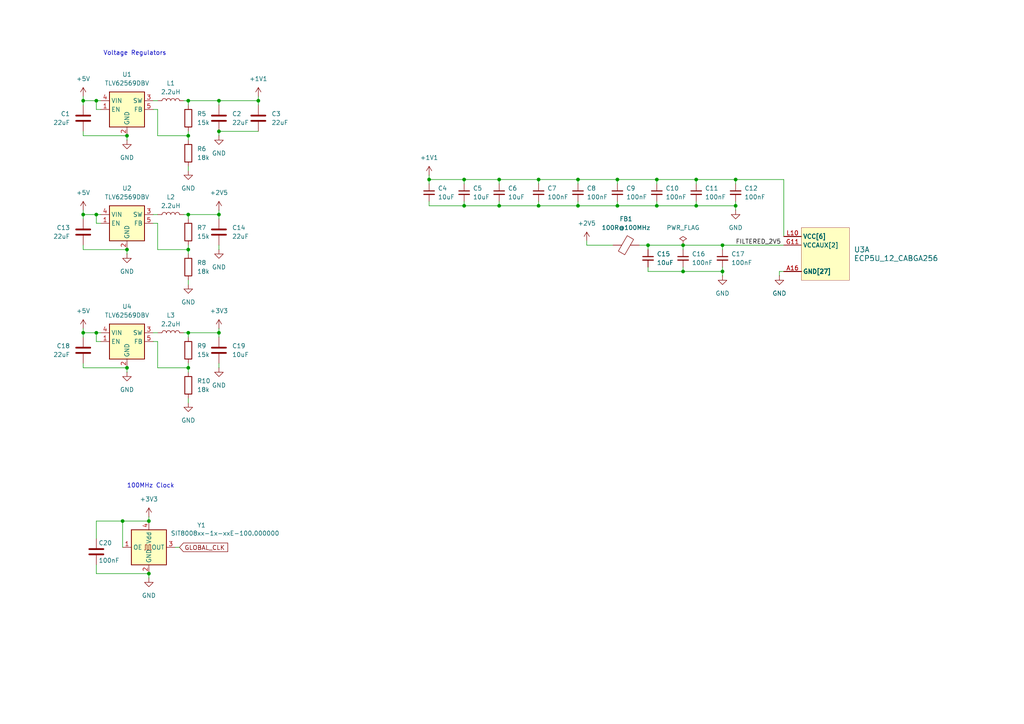
<source format=kicad_sch>
(kicad_sch (version 20250114) (generator "eeschema") (generator_version "9.0")
  (paper "A4")
  (title_block (title "Icepi zero") (date "2025-05-04") (rev "v1") (company "Chengyin Yao (cheyao)") (comment 1 "https://github.com/cheyao/icepi-zero"))
  (text "100MHz Clock" (at 43.688 140.97 0) (effects (font (size 1.27 1.27))))
  (text "Voltage Regulators" (at 39.116 15.494 0) (effects (font (size 1.27 1.27))))
  (junction (at 209.55 71.12))
  (junction (at 63.5 38.1))
  (junction (at 54.61 72.39))
  (junction (at 54.61 106.68))
  (junction (at 213.36 52.07))
  (junction (at 201.93 52.07))
  (junction (at 27.94 62.23))
  (junction (at 167.64 52.07))
  (junction (at 43.18 151.13))
  (junction (at 74.93 29.21))
  (junction (at 35.56 151.13))
  (junction (at 63.5 29.21))
  (junction (at 179.07 59.69))
  (junction (at 190.5 59.69))
  (junction (at 27.94 29.21))
  (junction (at 54.61 39.37))
  (junction (at 24.13 29.21))
  (junction (at 63.5 96.52))
  (junction (at 36.83 39.37))
  (junction (at 27.94 96.52))
  (junction (at 190.5 52.07))
  (junction (at 198.12 71.12))
  (junction (at 144.78 59.69))
  (junction (at 201.93 59.69))
  (junction (at 187.96 71.12))
  (junction (at 124.46 52.07))
  (junction (at 134.62 59.69))
  (junction (at 167.64 59.69))
  (junction (at 54.61 96.52))
  (junction (at 36.83 106.68))
  (junction (at 63.5 62.23))
  (junction (at 24.13 96.52))
  (junction (at 43.18 166.37))
  (junction (at 134.62 52.07))
  (junction (at 179.07 52.07))
  (junction (at 209.55 78.74))
  (junction (at 36.83 72.39))
  (junction (at 198.12 78.74))
  (junction (at 156.21 52.07))
  (junction (at 144.78 52.07))
  (junction (at 24.13 62.23))
  (junction (at 213.36 59.69))
  (junction (at 156.21 59.69))
  (junction (at 54.61 29.21))
  (junction (at 54.61 62.23))
  (wire (pts (xy 27.94 29.21) (xy 27.94 31.75)))
  (wire (pts (xy 144.78 59.69) (xy 156.21 59.69)))
  (wire (pts (xy 227.33 78.74) (xy 226.06 78.74)))
  (wire (pts (xy 54.61 62.23) (xy 53.34 62.23)))
  (wire (pts (xy 134.62 52.07) (xy 124.46 52.07)))
  (wire (pts (xy 24.13 29.21) (xy 27.94 29.21)))
  (wire (pts (xy 167.64 59.69) (xy 167.64 58.42)))
  (wire (pts (xy 24.13 95.25) (xy 24.13 96.52)))
  (wire (pts (xy 24.13 29.21) (xy 24.13 30.48)))
  (wire (pts (xy 190.5 52.07) (xy 190.5 53.34)))
  (wire (pts (xy 35.56 158.75) (xy 35.56 151.13)))
  (wire (pts (xy 124.46 58.42) (xy 124.46 59.69)))
  (wire (pts (xy 54.61 39.37) (xy 45.72 39.37)))
  (wire (pts (xy 43.18 166.37) (xy 43.18 167.64)))
  (wire (pts (xy 54.61 96.52) (xy 63.5 96.52)))
  (wire (pts (xy 63.5 106.68) (xy 63.5 105.41)))
  (wire (pts (xy 54.61 62.23) (xy 63.5 62.23)))
  (wire (pts (xy 201.93 52.07) (xy 190.5 52.07)))
  (wire (pts (xy 213.36 52.07) (xy 201.93 52.07)))
  (wire (pts (xy 190.5 59.69) (xy 201.93 59.69)))
  (wire (pts (xy 209.55 72.39) (xy 209.55 71.12)))
  (wire (pts (xy 156.21 52.07) (xy 156.21 53.34)))
  (wire (pts (xy 24.13 38.1) (xy 24.13 39.37)))
  (wire (pts (xy 144.78 59.69) (xy 144.78 58.42)))
  (wire (pts (xy 198.12 78.74) (xy 209.55 78.74)))
  (wire (pts (xy 24.13 72.39) (xy 36.83 72.39)))
  (wire (pts (xy 54.61 97.79) (xy 54.61 96.52)))
  (wire (pts (xy 54.61 106.68) (xy 45.72 106.68)))
  (wire (pts (xy 63.5 63.5) (xy 63.5 62.23)))
  (wire (pts (xy 185.42 71.12) (xy 187.96 71.12)))
  (wire (pts (xy 27.94 96.52) (xy 29.21 96.52)))
  (wire (pts (xy 54.61 30.48) (xy 54.61 29.21)))
  (wire (pts (xy 54.61 96.52) (xy 53.34 96.52)))
  (wire (pts (xy 74.93 30.48) (xy 74.93 29.21)))
  (wire (pts (xy 63.5 39.37) (xy 63.5 38.1)))
  (wire (pts (xy 50.8 158.75) (xy 52.07 158.75)))
  (wire (pts (xy 124.46 52.07) (xy 124.46 53.34)))
  (wire (pts (xy 24.13 62.23) (xy 27.94 62.23)))
  (wire (pts (xy 179.07 59.69) (xy 190.5 59.69)))
  (wire (pts (xy 190.5 59.69) (xy 190.5 58.42)))
  (wire (pts (xy 179.07 52.07) (xy 179.07 53.34)))
  (wire (pts (xy 187.96 78.74) (xy 198.12 78.74)))
  (wire (pts (xy 74.93 27.94) (xy 74.93 29.21)))
  (wire (pts (xy 24.13 60.96) (xy 24.13 62.23)))
  (wire (pts (xy 198.12 78.74) (xy 198.12 77.47)))
  (wire (pts (xy 24.13 27.94) (xy 24.13 29.21)))
  (wire (pts (xy 124.46 59.69) (xy 134.62 59.69)))
  (wire (pts (xy 63.5 95.25) (xy 63.5 96.52)))
  (wire (pts (xy 63.5 60.96) (xy 63.5 62.23)))
  (wire (pts (xy 226.06 78.74) (xy 226.06 80.01)))
  (wire (pts (xy 24.13 106.68) (xy 36.83 106.68)))
  (wire (pts (xy 227.33 52.07) (xy 227.33 68.58)))
  (wire (pts (xy 201.93 58.42) (xy 201.93 59.69)))
  (wire (pts (xy 213.36 59.69) (xy 213.36 58.42)))
  (wire (pts (xy 213.36 53.34) (xy 213.36 52.07)))
  (wire (pts (xy 144.78 52.07) (xy 156.21 52.07)))
  (wire (pts (xy 187.96 71.12) (xy 198.12 71.12)))
  (wire (pts (xy 54.61 115.57) (xy 54.61 116.84)))
  (wire (pts (xy 54.61 38.1) (xy 54.61 39.37)))
  (wire (pts (xy 63.5 30.48) (xy 63.5 29.21)))
  (wire (pts (xy 209.55 71.12) (xy 227.33 71.12)))
  (wire (pts (xy 24.13 71.12) (xy 24.13 72.39)))
  (wire (pts (xy 36.83 72.39) (xy 36.83 73.66)))
  (wire (pts (xy 54.61 72.39) (xy 45.72 72.39)))
  (wire (pts (xy 54.61 29.21) (xy 63.5 29.21)))
  (wire (pts (xy 167.64 52.07) (xy 156.21 52.07)))
  (wire (pts (xy 179.07 52.07) (xy 190.5 52.07)))
  (wire (pts (xy 44.45 62.23) (xy 45.72 62.23)))
  (wire (pts (xy 27.94 62.23) (xy 29.21 62.23)))
  (wire (pts (xy 24.13 105.41) (xy 24.13 106.68)))
  (wire (pts (xy 27.94 156.21) (xy 27.94 151.13)))
  (wire (pts (xy 27.94 163.83) (xy 27.94 166.37)))
  (wire (pts (xy 45.72 39.37) (xy 45.72 31.75)))
  (wire (pts (xy 63.5 97.79) (xy 63.5 96.52)))
  (wire (pts (xy 24.13 96.52) (xy 24.13 97.79)))
  (wire (pts (xy 144.78 52.07) (xy 144.78 53.34)))
  (wire (pts (xy 54.61 81.28) (xy 54.61 82.55)))
  (wire (pts (xy 27.94 62.23) (xy 27.94 64.77)))
  (wire (pts (xy 54.61 71.12) (xy 54.61 72.39)))
  (wire (pts (xy 54.61 72.39) (xy 54.61 73.66)))
  (wire (pts (xy 24.13 39.37) (xy 36.83 39.37)))
  (wire (pts (xy 187.96 71.12) (xy 187.96 72.39)))
  (wire (pts (xy 209.55 78.74) (xy 209.55 77.47)))
  (wire (pts (xy 124.46 50.8) (xy 124.46 52.07)))
  (wire (pts (xy 156.21 58.42) (xy 156.21 59.69)))
  (wire (pts (xy 45.72 106.68) (xy 45.72 99.06)))
  (wire (pts (xy 213.36 52.07) (xy 227.33 52.07)))
  (wire (pts (xy 27.94 96.52) (xy 27.94 99.06)))
  (wire (pts (xy 54.61 29.21) (xy 53.34 29.21)))
  (wire (pts (xy 54.61 39.37) (xy 54.61 40.64)))
  (wire (pts (xy 179.07 58.42) (xy 179.07 59.69)))
  (wire (pts (xy 36.83 39.37) (xy 36.83 40.64)))
  (wire (pts (xy 43.18 149.86) (xy 43.18 151.13)))
  (wire (pts (xy 27.94 166.37) (xy 43.18 166.37)))
  (wire (pts (xy 156.21 59.69) (xy 167.64 59.69)))
  (wire (pts (xy 27.94 64.77) (xy 29.21 64.77)))
  (wire (pts (xy 167.64 52.07) (xy 167.64 53.34)))
  (wire (pts (xy 44.45 29.21) (xy 45.72 29.21)))
  (wire (pts (xy 187.96 77.47) (xy 187.96 78.74)))
  (wire (pts (xy 54.61 63.5) (xy 54.61 62.23)))
  (wire (pts (xy 74.93 29.21) (xy 63.5 29.21)))
  (wire (pts (xy 24.13 62.23) (xy 24.13 63.5)))
  (wire (pts (xy 201.93 52.07) (xy 201.93 53.34)))
  (wire (pts (xy 134.62 52.07) (xy 144.78 52.07)))
  (wire (pts (xy 198.12 71.12) (xy 209.55 71.12)))
  (wire (pts (xy 134.62 52.07) (xy 134.62 53.34)))
  (wire (pts (xy 170.18 69.85) (xy 170.18 71.12)))
  (wire (pts (xy 44.45 96.52) (xy 45.72 96.52)))
  (wire (pts (xy 45.72 99.06) (xy 44.45 99.06)))
  (wire (pts (xy 45.72 31.75) (xy 44.45 31.75)))
  (wire (pts (xy 198.12 71.12) (xy 198.12 72.39)))
  (wire (pts (xy 63.5 72.39) (xy 63.5 71.12)))
  (wire (pts (xy 36.83 106.68) (xy 36.83 107.95)))
  (wire (pts (xy 27.94 151.13) (xy 35.56 151.13)))
  (wire (pts (xy 35.56 151.13) (xy 43.18 151.13)))
  (wire (pts (xy 74.93 38.1) (xy 63.5 38.1)))
  (wire (pts (xy 27.94 31.75) (xy 29.21 31.75)))
  (wire (pts (xy 167.64 59.69) (xy 179.07 59.69)))
  (wire (pts (xy 54.61 105.41) (xy 54.61 106.68)))
  (wire (pts (xy 179.07 52.07) (xy 167.64 52.07)))
  (wire (pts (xy 209.55 78.74) (xy 209.55 80.01)))
  (wire (pts (xy 24.13 96.52) (xy 27.94 96.52)))
  (wire (pts (xy 27.94 29.21) (xy 29.21 29.21)))
  (wire (pts (xy 54.61 106.68) (xy 54.61 107.95)))
  (wire (pts (xy 213.36 59.69) (xy 213.36 60.96)))
  (wire (pts (xy 45.72 72.39) (xy 45.72 64.77)))
  (wire (pts (xy 134.62 59.69) (xy 144.78 59.69)))
  (wire (pts (xy 134.62 59.69) (xy 134.62 58.42)))
  (wire (pts (xy 170.18 71.12) (xy 177.8 71.12)))
  (wire (pts (xy 54.61 48.26) (xy 54.61 49.53)))
  (wire (pts (xy 45.72 64.77) (xy 44.45 64.77)))
  (wire (pts (xy 201.93 59.69) (xy 213.36 59.69)))
  (wire (pts (xy 27.94 99.06) (xy 29.21 99.06)))
  (label "FILTERED_2V5" (at 213.36 71.12 0))
  (global_label "GLOBAL_CLK" (shape input) (at 52.07 158.75 0) (property "Intersheetrefs" "${INTERSHEET_REFS}" (effects (hide yes))))
  (symbol (lib_id "Device:FerriteBead") (at 181.61 71.12 90) (unit 1)
    (property "Reference" "FB1" (at 181.5592 63.5 90))
    (property "Value" "100R@100MHz" (at 181.5592 66.04 90))
    (property "Footprint" "Inductor_SMD:L_0805_2012Metric" (effects (hide yes)))
    (property "Description" "Ferrite bead" (effects (hide yes)))
    (property "JLCPCB Part #" "C1015" (effects (hide yes)))
  )
  (symbol (lib_id "Device:R") (at 54.61 44.45 0) (unit 1)
    (property "Reference" "R6" (at 57.15 43.1799 0) (effects (justify left)))
    (property "Value" "18k" (at 57.15 45.7199 0) (effects (justify left)))
    (property "Footprint" "Resistor_SMD:R_0402_1005Metric" (effects (hide yes)))
    (property "Description" "Resistor" (effects (hide yes)))
    (property "JLCPCB Part #" "C25762 " (effects (hide yes)))
  )
  (symbol (lib_id "Device:C_Small") (at 198.12 74.93 0) (unit 1)
    (property "Reference" "C16" (at 200.66 73.6662 0) (effects (justify left)))
    (property "Value" "100nF" (at 200.66 76.2062 0) (effects (justify left)))
    (property "Footprint" "Capacitor_SMD:C_0402_1005Metric" (effects (hide yes)))
    (property "Description" "Unpolarized capacitor, small symbol" (effects (hide yes)))
    (property "JLCPCB Part #" "C307331 " (effects (hide yes)))
  )
  (symbol (lib_id "power:+2V5") (at 63.5 60.96 0) (unit 1)
    (property "Reference" "#PWR021" (effects (hide yes)))
    (property "Value" "+2V5" (at 63.5 55.88 0))
    (property "Description" "Power symbol creates a global label with name \"+2V5\"" (effects (hide yes)))
  )
  (symbol (lib_id "Device:L") (at 49.53 96.52 90) (unit 1)
    (property "Reference" "L3" (at 49.53 91.44 90))
    (property "Value" "2.2uH" (at 49.53 93.98 90))
    (property "Footprint" "Inductor_SMD:L_0805_2012Metric" (effects (hide yes)))
    (property "Description" "Inductor" (effects (hide yes)))
    (property "JLCPCB Part #" "C1043" (effects (hide yes)))
  )
  (symbol (lib_id "Regulator_Switching:TLV62569DBV") (at 36.83 31.75 0) (unit 1)
    (property "Reference" "U1" (at 36.83 21.59 0))
    (property "Value" "TLV62569DBV" (at 36.83 24.13 0))
    (property "Footprint" "Package_TO_SOT_SMD:SOT-23-5" (effects (hide yes)))
    (property "Datasheet" "http://www.ti.com/lit/ds/symlink/tlv62569.pdf" (effects (hide yes)))
    (property "Description" "High Efficiency Synchronous Buck Converter, Adjustable Output 0.6V-5.5V, 2A, SOT-23-5" (effects (hide yes)))
    (property "JLCPCB Part #" "C141836" (effects (hide yes)))
  )
  (symbol (lib_id "Device:R") (at 54.61 101.6 0) (unit 1)
    (property "Reference" "R9" (at 57.15 100.3299 0) (effects (justify left)))
    (property "Value" "15k" (at 57.15 102.8699 0) (effects (justify left)))
    (property "Footprint" "Resistor_SMD:R_0402_1005Metric" (effects (hide yes)))
    (property "Description" "Resistor" (effects (hide yes)))
    (property "JLCPCB Part #" "C25756 " (effects (hide yes)))
  )
  (symbol (lib_id "Device:R") (at 54.61 34.29 0) (unit 1)
    (property "Reference" "R5" (at 57.15 33.0199 0) (effects (justify left)))
    (property "Value" "15k" (at 57.15 35.5599 0) (effects (justify left)))
    (property "Footprint" "Resistor_SMD:R_0402_1005Metric" (effects (hide yes)))
    (property "Description" "Resistor" (effects (hide yes)))
    (property "JLCPCB Part #" "C25756 " (effects (hide yes)))
  )
  (symbol (lib_id "Device:C_Small") (at 156.21 55.88 0) (unit 1)
    (property "Reference" "C7" (at 158.75 54.6162 0) (effects (justify left)))
    (property "Value" "100nF" (at 158.75 57.1562 0) (effects (justify left)))
    (property "Footprint" "Capacitor_SMD:C_0402_1005Metric" (effects (hide yes)))
    (property "Description" "Unpolarized capacitor, small symbol" (effects (hide yes)))
    (property "JLCPCB Part #" "C307331 " (effects (hide yes)))
  )
  (symbol (lib_id "power:GND") (at 54.61 116.84 0) (unit 1)
    (property "Reference" "#PWR033" (effects (hide yes)))
    (property "Value" "GND" (at 54.61 121.92 0))
    (property "Description" "Power symbol creates a global label with name \"GND\" , ground" (effects (hide yes)))
  )
  (symbol (lib_id "Oscillator:SiT8008xx-1x-xxE") (at 43.18 158.75 0) (unit 1)
    (property "Reference" "Y1" (at 58.42 152.3298 0))
    (property "Value" "SIT8008xx-1x-xxE-100.000000" (at 65.278 154.686 0))
    (property "Footprint" "Oscillator:Oscillator_SMD_SiT_PQFN-4Pin_2.5x2.0mm" (effects (hide yes)))
    (property "Datasheet" "https://www.sitime.com/support/resource-library/datasheets/sit8008-datasheet" (effects (hide yes)))
    (property "Description" "SiTime Low Power Mems programmable oscillator, 1MHz to 110MHz, PQFN-4, 2.5x2.0mm (with output enable pin)" (effects (hide yes)))
    (property "JLCPCB Part #" "C17281729" (effects (hide yes)))
  )
  (symbol (lib_id "Device:C_Small") (at 124.46 55.88 0) (unit 1)
    (property "Reference" "C4" (at 127 54.6162 0) (effects (justify left)))
    (property "Value" "10uF" (at 127 57.1562 0) (effects (justify left)))
    (property "Footprint" "Capacitor_SMD:C_0603_1608Metric" (effects (hide yes)))
    (property "Description" "Unpolarized capacitor, small symbol" (effects (hide yes)))
  )
  (symbol (lib_id "Regulator_Switching:TLV62569DBV") (at 36.83 64.77 0) (unit 1)
    (property "Reference" "U2" (at 36.83 54.61 0))
    (property "Value" "TLV62569DBV" (at 36.83 57.15 0))
    (property "Footprint" "Package_TO_SOT_SMD:SOT-23-5" (effects (hide yes)))
    (property "Datasheet" "http://www.ti.com/lit/ds/symlink/tlv62569.pdf" (effects (hide yes)))
    (property "Description" "High Efficiency Synchronous Buck Converter, Adjustable Output 0.6V-5.5V, 2A, SOT-23-5" (effects (hide yes)))
    (property "JLCPCB Part #" "C141836" (effects (hide yes)))
  )
  (symbol (lib_id "power:GND") (at 54.61 82.55 0) (unit 1)
    (property "Reference" "#PWR028" (effects (hide yes)))
    (property "Value" "GND" (at 54.61 87.63 0))
    (property "Description" "Power symbol creates a global label with name \"GND\" , ground" (effects (hide yes)))
  )
  (symbol (lib_id "power:GND") (at 63.5 106.68 0) (unit 1)
    (property "Reference" "#PWR031" (effects (hide yes)))
    (property "Value" "GND" (at 63.5 111.76 0))
    (property "Description" "Power symbol creates a global label with name \"GND\" , ground" (effects (hide yes)))
  )
  (symbol (lib_id "power:GND") (at 63.5 39.37 0) (unit 1)
    (property "Reference" "#PWR016" (effects (hide yes)))
    (property "Value" "GND" (at 63.5 44.45 0))
    (property "Description" "Power symbol creates a global label with name \"GND\" , ground" (effects (hide yes)))
  )
  (symbol (lib_id "power:GND") (at 63.5 72.39 0) (unit 1)
    (property "Reference" "#PWR024" (effects (hide yes)))
    (property "Value" "GND" (at 63.5 77.47 0))
    (property "Description" "Power symbol creates a global label with name \"GND\" , ground" (effects (hide yes)))
  )
  (symbol (lib_id "power:+5V") (at 24.13 27.94 0) (unit 1)
    (property "Reference" "#PWR014" (effects (hide yes)))
    (property "Value" "+5V" (at 24.13 22.86 0))
    (property "Description" "Power symbol creates a global label with name \"+5V\"" (effects (hide yes)))
  )
  (symbol (lib_id "Device:R") (at 54.61 111.76 0) (unit 1)
    (property "Reference" "R10" (at 57.15 110.4899 0) (effects (justify left)))
    (property "Value" "18k" (at 57.15 113.0299 0) (effects (justify left)))
    (property "Footprint" "Resistor_SMD:R_0402_1005Metric" (effects (hide yes)))
    (property "Description" "Resistor" (effects (hide yes)))
    (property "JLCPCB Part #" "C25762 " (effects (hide yes)))
  )
  (symbol (lib_id "Device:C_Small") (at 144.78 55.88 0) (unit 1)
    (property "Reference" "C6" (at 147.32 54.6162 0) (effects (justify left)))
    (property "Value" "10uF" (at 147.32 57.1562 0) (effects (justify left)))
    (property "Footprint" "Capacitor_SMD:C_0603_1608Metric" (effects (hide yes)))
    (property "Description" "Unpolarized capacitor, small symbol" (effects (hide yes)))
  )
  (symbol (lib_id "Device:L") (at 49.53 29.21 90) (unit 1)
    (property "Reference" "L1" (at 49.53 24.13 90))
    (property "Value" "2.2uH" (at 49.53 26.67 90))
    (property "Footprint" "Inductor_SMD:L_0805_2012Metric" (effects (hide yes)))
    (property "Description" "Inductor" (effects (hide yes)))
    (property "JLCPCB Part #" "C1043" (effects (hide yes)))
  )
  (symbol (lib_id "Device:C") (at 24.13 67.31 0) (unit 1)
    (property "Reference" "C13" (at 20.32 66.0399 0) (effects (justify right)))
    (property "Value" "22uF" (at 20.32 68.5799 0) (effects (justify right)))
    (property "Footprint" "Capacitor_SMD:C_0603_1608Metric" (effects (hide yes)))
    (property "Description" "Unpolarized capacitor" (effects (hide yes)))
    (property "JLCPCB Part #" "C59461 " (effects (hide yes)))
  )
  (symbol (lib_id "power:GND") (at 226.06 80.01 0) (unit 1)
    (property "Reference" "#PWR027" (effects (hide yes)))
    (property "Value" "GND" (at 226.06 85.09 0))
    (property "Description" "Power symbol creates a global label with name \"GND\" , ground" (effects (hide yes)))
  )
  (symbol (lib_id "power:PWR_FLAG") (at 198.12 71.12 0) (unit 1)
    (property "Reference" "#FLG01" (effects (hide yes)))
    (property "Value" "PWR_FLAG" (at 198.12 66.04 0))
    (property "Description" "Special symbol for telling ERC where power comes from" (effects (hide yes)))
  )
  (symbol (lib_id "Device:C_Small") (at 179.07 55.88 0) (unit 1)
    (property "Reference" "C9" (at 181.61 54.6162 0) (effects (justify left)))
    (property "Value" "100nF" (at 181.61 57.1562 0) (effects (justify left)))
    (property "Footprint" "Capacitor_SMD:C_0402_1005Metric" (effects (hide yes)))
    (property "Description" "Unpolarized capacitor, small symbol" (effects (hide yes)))
    (property "JLCPCB Part #" "C307331 " (effects (hide yes)))
  )
  (symbol (lib_id "power:GND") (at 209.55 80.01 0) (unit 1)
    (property "Reference" "#PWR026" (effects (hide yes)))
    (property "Value" "GND" (at 209.55 85.09 0))
    (property "Description" "Power symbol creates a global label with name \"GND\" , ground" (effects (hide yes)))
  )
  (symbol (lib_id "power:GND") (at 36.83 73.66 0) (unit 1)
    (property "Reference" "#PWR025" (effects (hide yes)))
    (property "Value" "GND" (at 36.83 78.74 0))
    (property "Description" "Power symbol creates a global label with name \"GND\" , ground" (effects (hide yes)))
  )
  (symbol (lib_id "Device:C_Small") (at 213.36 55.88 0) (unit 1)
    (property "Reference" "C12" (at 215.9 54.6162 0) (effects (justify left)))
    (property "Value" "100nF" (at 215.9 57.1562 0) (effects (justify left)))
    (property "Footprint" "Capacitor_SMD:C_0402_1005Metric" (effects (hide yes)))
    (property "Description" "Unpolarized capacitor, small symbol" (effects (hide yes)))
    (property "JLCPCB Part #" "C307331 " (effects (hide yes)))
  )
  (symbol (lib_id "power:GND") (at 36.83 40.64 0) (unit 1)
    (property "Reference" "#PWR017" (effects (hide yes)))
    (property "Value" "GND" (at 36.83 45.72 0))
    (property "Description" "Power symbol creates a global label with name \"GND\" , ground" (effects (hide yes)))
  )
  (symbol (lib_id "Device:C_Small") (at 134.62 55.88 0) (unit 1)
    (property "Reference" "C5" (at 137.16 54.6162 0) (effects (justify left)))
    (property "Value" "10uF" (at 137.16 57.1562 0) (effects (justify left)))
    (property "Footprint" "Capacitor_SMD:C_0603_1608Metric" (effects (hide yes)))
    (property "Description" "Unpolarized capacitor, small symbol" (effects (hide yes)))
  )
  (symbol (lib_id "power:+5V") (at 24.13 95.25 0) (unit 1)
    (property "Reference" "#PWR029" (effects (hide yes)))
    (property "Value" "+5V" (at 24.13 90.17 0))
    (property "Description" "Power symbol creates a global label with name \"+5V\"" (effects (hide yes)))
  )
  (symbol (lib_id "power:GND") (at 43.18 167.64 0) (unit 1)
    (property "Reference" "#PWR035" (effects (hide yes)))
    (property "Value" "GND" (at 43.18 172.72 0))
    (property "Description" "Power symbol creates a global label with name \"GND\" , ground" (effects (hide yes)))
  )
  (symbol (lib_id "power:+1V1") (at 124.46 50.8 0) (unit 1)
    (property "Reference" "#PWR019" (effects (hide yes)))
    (property "Value" "+1V1" (at 124.46 45.72 0))
    (property "Description" "Power symbol creates a global label with name \"+1V1\"" (effects (hide yes)))
  )
  (symbol (lib_id "Device:C_Small") (at 187.96 74.93 0) (unit 1)
    (property "Reference" "C15" (at 190.5 73.6662 0) (effects (justify left)))
    (property "Value" "10uF" (at 190.5 76.2062 0) (effects (justify left)))
    (property "Footprint" "Capacitor_SMD:C_0603_1608Metric" (effects (hide yes)))
    (property "Description" "Unpolarized capacitor, small symbol" (effects (hide yes)))
  )
  (symbol (lib_id "Device:C") (at 63.5 101.6 0) (mirror y) (unit 1)
    (property "Reference" "C19" (at 67.31 100.3299 0) (effects (justify right)))
    (property "Value" "10uF" (at 67.31 102.8699 0) (effects (justify right)))
    (property "Footprint" "Capacitor_SMD:C_0603_1608Metric" (effects (hide yes)))
    (property "Description" "Unpolarized capacitor" (effects (hide yes)))
  )
  (symbol (lib_id "Device:C_Small") (at 201.93 55.88 0) (unit 1)
    (property "Reference" "C11" (at 204.47 54.6162 0) (effects (justify left)))
    (property "Value" "100nF" (at 204.47 57.1562 0) (effects (justify left)))
    (property "Footprint" "Capacitor_SMD:C_0402_1005Metric" (effects (hide yes)))
    (property "Description" "Unpolarized capacitor, small symbol" (effects (hide yes)))
    (property "JLCPCB Part #" "C307331 " (effects (hide yes)))
  )
  (symbol (lib_id "power:+1V1") (at 74.93 27.94 0) (unit 1)
    (property "Reference" "#PWR015" (effects (hide yes)))
    (property "Value" "+1V1" (at 74.93 22.86 0))
    (property "Description" "Power symbol creates a global label with name \"+1V1\"" (effects (hide yes)))
  )
  (symbol (lib_id "power:+3V3") (at 43.18 149.86 0) (unit 1)
    (property "Reference" "#PWR034" (effects (hide yes)))
    (property "Value" "+3V3" (at 43.18 144.78 0))
    (property "Description" "Power symbol creates a global label with name \"+3V3\"" (effects (hide yes)))
  )
  (symbol (lib_id "Regulator_Switching:TLV62569DBV") (at 36.83 99.06 0) (unit 1)
    (property "Reference" "U4" (at 36.83 88.9 0))
    (property "Value" "TLV62569DBV" (at 36.83 91.44 0))
    (property "Footprint" "Package_TO_SOT_SMD:SOT-23-5" (effects (hide yes)))
    (property "Datasheet" "http://www.ti.com/lit/ds/symlink/tlv62569.pdf" (effects (hide yes)))
    (property "Description" "High Efficiency Synchronous Buck Converter, Adjustable Output 0.6V-5.5V, 2A, SOT-23-5" (effects (hide yes)))
    (property "JLCPCB Part #" "C141836" (effects (hide yes)))
  )
  (symbol (lib_id "power:GND") (at 54.61 49.53 0) (unit 1)
    (property "Reference" "#PWR018" (effects (hide yes)))
    (property "Value" "GND" (at 54.61 54.61 0))
    (property "Description" "Power symbol creates a global label with name \"GND\" , ground" (effects (hide yes)))
  )
  (symbol (lib_id "Device:C") (at 24.13 101.6 0) (unit 1)
    (property "Reference" "C18" (at 20.32 100.3299 0) (effects (justify right)))
    (property "Value" "22uF" (at 20.32 102.8699 0) (effects (justify right)))
    (property "Footprint" "Capacitor_SMD:C_0603_1608Metric" (effects (hide yes)))
    (property "Description" "Unpolarized capacitor" (effects (hide yes)))
    (property "JLCPCB Part #" "C59461 " (effects (hide yes)))
  )
  (symbol (lib_id "power:+2V5") (at 170.18 69.85 0) (unit 1)
    (property "Reference" "#PWR023" (effects (hide yes)))
    (property "Value" "+2V5" (at 170.18 64.77 0))
    (property "Description" "Power symbol creates a global label with name \"+2V5\"" (effects (hide yes)))
  )
  (symbol (lib_id "power:GND") (at 213.36 60.96 0) (unit 1)
    (property "Reference" "#PWR022" (effects (hide yes)))
    (property "Value" "GND" (at 213.36 66.04 0))
    (property "Description" "Power symbol creates a global label with name \"GND\" , ground" (effects (hide yes)))
  )
  (symbol (lib_id "Device:R") (at 54.61 67.31 0) (unit 1)
    (property "Reference" "R7" (at 57.15 66.0399 0) (effects (justify left)))
    (property "Value" "15k" (at 57.15 68.5799 0) (effects (justify left)))
    (property "Footprint" "Resistor_SMD:R_0402_1005Metric" (effects (hide yes)))
    (property "Description" "Resistor" (effects (hide yes)))
    (property "JLCPCB Part #" "C25756 " (effects (hide yes)))
  )
  (symbol (lib_id "power:+5V") (at 24.13 60.96 0) (unit 1)
    (property "Reference" "#PWR020" (effects (hide yes)))
    (property "Value" "+5V" (at 24.13 55.88 0))
    (property "Description" "Power symbol creates a global label with name \"+5V\"" (effects (hide yes)))
  )
  (symbol (lib_id "josh:ECP5U_12_CABGA256") (at 240.03 73.66 0) (unit 1)
    (property "Reference" "U3" (at 247.65 72.3899 0) (effects (font (size 1.524 1.524)) (justify left)))
    (property "Value" "ECP5U_12_CABGA256" (at 247.65 74.9299 0) (effects (font (size 1.524 1.524)) (justify left)))
    (property "Footprint" "Package_BGA:BGA-256_14.0x14.0mm_Layout16x16_P0.8mm_Ball0.45mm_Pad0.32mm_NSMD" (effects (hide yes)))
    (property "Datasheet" "https://www.lcsc.com/datasheet/lcsc_datasheet_2411220131_Lattice-LFE5U-25F-6BG256C_C1521614.pdf" (effects (hide yes)))
    (property "JLCPCB Part #" "C1521614" (effects (hide yes)))
  )
  (symbol (lib_id "Device:C_Small") (at 190.5 55.88 0) (unit 1)
    (property "Reference" "C10" (at 193.04 54.6162 0) (effects (justify left)))
    (property "Value" "100nF" (at 193.04 57.1562 0) (effects (justify left)))
    (property "Footprint" "Capacitor_SMD:C_0402_1005Metric" (effects (hide yes)))
    (property "Description" "Unpolarized capacitor, small symbol" (effects (hide yes)))
    (property "JLCPCB Part #" "C307331 " (effects (hide yes)))
  )
  (symbol (lib_id "Device:C_Small") (at 167.64 55.88 0) (unit 1)
    (property "Reference" "C8" (at 170.18 54.6162 0) (effects (justify left)))
    (property "Value" "100nF" (at 170.18 57.1562 0) (effects (justify left)))
    (property "Footprint" "Capacitor_SMD:C_0402_1005Metric" (effects (hide yes)))
    (property "Description" "Unpolarized capacitor, small symbol" (effects (hide yes)))
    (property "JLCPCB Part #" "C307331 " (effects (hide yes)))
  )
  (symbol (lib_id "Device:L") (at 49.53 62.23 90) (unit 1)
    (property "Reference" "L2" (at 49.53 57.15 90))
    (property "Value" "2.2uH" (at 49.53 59.69 90))
    (property "Footprint" "Inductor_SMD:L_0805_2012Metric" (effects (hide yes)))
    (property "Description" "Inductor" (effects (hide yes)))
    (property "JLCPCB Part #" "C1043" (effects (hide yes)))
  )
  (symbol (lib_id "Device:C") (at 27.94 160.02 0) (unit 1)
    (property "Reference" "C20" (at 28.575 157.48 0) (effects (justify left)))
    (property "Value" "100nF" (at 28.575 162.56 0) (effects (justify left)))
    (property "Footprint" "Capacitor_SMD:C_0402_1005Metric" (effects (hide yes)))
    (property "JLCPCB Part #" "C307331 " (effects (hide yes)))
  )
  (symbol (lib_id "Device:C_Small") (at 209.55 74.93 0) (unit 1)
    (property "Reference" "C17" (at 212.09 73.6662 0) (effects (justify left)))
    (property "Value" "100nF" (at 212.09 76.2062 0) (effects (justify left)))
    (property "Footprint" "Capacitor_SMD:C_0402_1005Metric" (effects (hide yes)))
    (property "Description" "Unpolarized capacitor, small symbol" (effects (hide yes)))
    (property "JLCPCB Part #" "C307331 " (effects (hide yes)))
  )
  (symbol (lib_id "Device:C") (at 63.5 34.29 0) (mirror y) (unit 1)
    (property "Reference" "C2" (at 67.31 33.0199 0) (effects (justify right)))
    (property "Value" "22uF" (at 67.31 35.5599 0) (effects (justify right)))
    (property "Footprint" "Capacitor_SMD:C_0603_1608Metric" (effects (hide yes)))
    (property "Description" "Unpolarized capacitor" (effects (hide yes)))
    (property "JLCPCB Part #" "C59461 " (effects (hide yes)))
  )
  (symbol (lib_id "power:GND") (at 36.83 107.95 0) (unit 1)
    (property "Reference" "#PWR032" (effects (hide yes)))
    (property "Value" "GND" (at 36.83 113.03 0))
    (property "Description" "Power symbol creates a global label with name \"GND\" , ground" (effects (hide yes)))
  )
  (symbol (lib_id "Device:C") (at 74.93 34.29 0) (mirror y) (unit 1)
    (property "Reference" "C3" (at 78.74 33.0199 0) (effects (justify right)))
    (property "Value" "22uF" (at 78.74 35.5599 0) (effects (justify right)))
    (property "Footprint" "Capacitor_SMD:C_0603_1608Metric" (effects (hide yes)))
    (property "Description" "Unpolarized capacitor" (effects (hide yes)))
    (property "JLCPCB Part #" "C59461 " (effects (hide yes)))
  )
  (symbol (lib_id "Device:C") (at 24.13 34.29 0) (unit 1)
    (property "Reference" "C1" (at 20.32 33.0199 0) (effects (justify right)))
    (property "Value" "22uF" (at 20.32 35.5599 0) (effects (justify right)))
    (property "Footprint" "Capacitor_SMD:C_0603_1608Metric" (effects (hide yes)))
    (property "Description" "Unpolarized capacitor" (effects (hide yes)))
    (property "JLCPCB Part #" "C59461 " (effects (hide yes)))
  )
  (symbol (lib_id "Device:R") (at 54.61 77.47 0) (unit 1)
    (property "Reference" "R8" (at 57.15 76.1999 0) (effects (justify left)))
    (property "Value" "18k" (at 57.15 78.7399 0) (effects (justify left)))
    (property "Footprint" "Resistor_SMD:R_0402_1005Metric" (effects (hide yes)))
    (property "Description" "Resistor" (effects (hide yes)))
    (property "JLCPCB Part #" "C25762 " (effects (hide yes)))
  )
  (symbol (lib_id "Device:C") (at 63.5 67.31 0) (mirror y) (unit 1)
    (property "Reference" "C14" (at 67.31 66.0399 0) (effects (justify right)))
    (property "Value" "22uF" (at 67.31 68.5799 0) (effects (justify right)))
    (property "Footprint" "Capacitor_SMD:C_0603_1608Metric" (effects (hide yes)))
    (property "Description" "Unpolarized capacitor" (effects (hide yes)))
    (property "JLCPCB Part #" "C59461 " (effects (hide yes)))
  )
  (symbol (lib_id "power:+3V3") (at 63.5 95.25 0) (unit 1)
    (property "Reference" "#PWR030" (effects (hide yes)))
    (property "Value" "+3V3" (at 63.5 90.17 0))
    (property "Description" "Power symbol creates a global label with name \"+3V3\"" (effects (hide yes)))
  )
)
</source>
